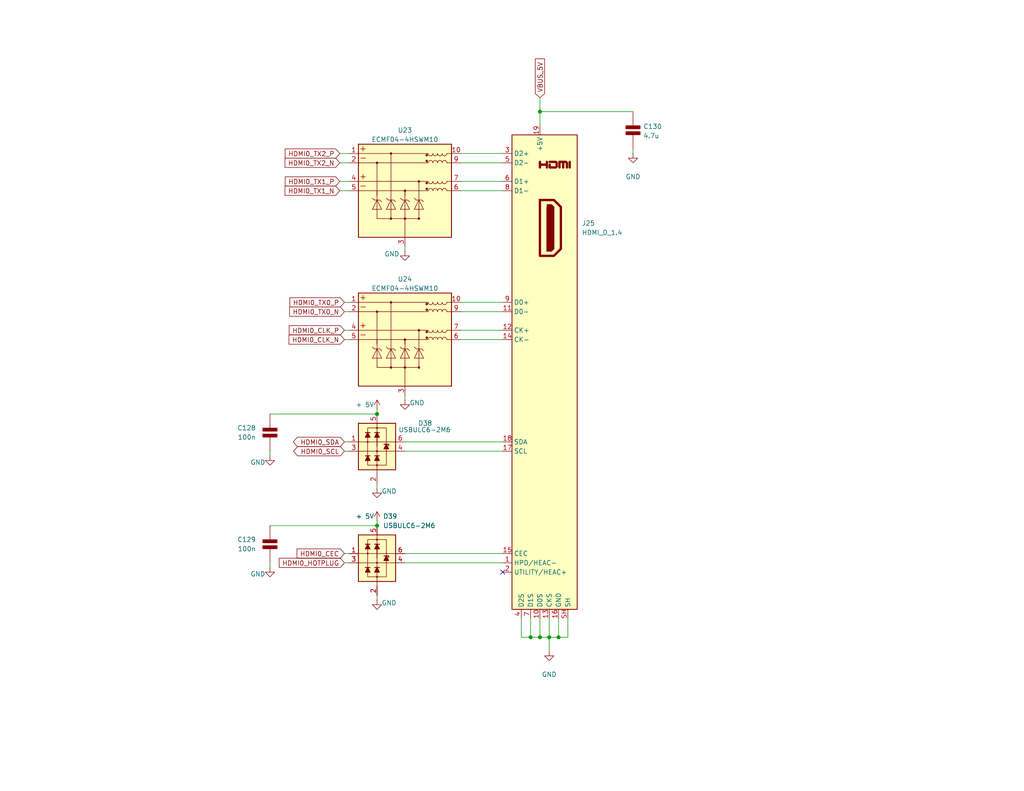
<source format=kicad_sch>
(kicad_sch (version 20250114) (generator "eeschema") (generator_version "9.0")
  (paper "USLetter")
  (lib_symbols
    (symbol "Connector:HDMI_D_1.4"
      (property "Reference" "J12" (at 11.43 1.2701 0))
      (property "Value" "HDMI_D_1.4" (at 11.43 -1.2699 0))
      (symbol "HDMI_D_1.4_0_0"
        (polyline (pts (xy 0 16.51) (xy 0 18.034) (xy 0 17.272) (xy 1.905 17.272) (xy 1.905 18.034) (xy 1.905 16.51)) (stroke (width 0.635)))
        (polyline (pts (xy 2.667 18.034) (xy 4.318 18.034) (xy 4.572 17.78) (xy 4.572 16.764) (xy 4.318 16.51) (xy 2.667 16.51) (xy 2.667 17.272)) (stroke (width 0.635)))
        (polyline (pts (xy 8.128 16.51) (xy 8.128 18.034)) (stroke (width 0.635)))
      )
      (symbol "HDMI_D_1.4_0_1"
        (rectangle (start -7.62 25.4) (end 10.16 -104.14) (stroke (width 0.254)) (fill (type background)))
        (polyline (pts (xy 0 7.62) (xy 3.81 7.62) (xy 5.715 5.715) (xy 5.715 -5.715) (xy 3.81 -7.62) (xy 0 -7.62) (xy 0 7.62)) (stroke (width 0.635)))
        (polyline (pts (xy 1.905 6.35) (xy 3.175 6.35) (xy 3.81 5.715) (xy 3.81 -5.715) (xy 3.175 -6.35) (xy 1.905 -6.35) (xy 1.905 5.715)) (stroke (width 0.254)) (fill (type outline)))
        (polyline (pts (xy 5.334 16.51) (xy 5.334 18.034) (xy 6.35 18.034) (xy 6.35 16.51) (xy 6.35 18.034) (xy 7.112 18.034) (xy 7.366 17.78) (xy 7.366 16.51)) (stroke (width 0.635)))
      )
      (symbol "HDMI_D_1.4_1_1"
        (pin passive line (at -10.16 20.32 0) (length 2.54) (name "D2+") (number "3"))
        (pin passive line (at -10.16 17.78 0) (length 2.54) (name "D2-") (number "5"))
        (pin passive line (at -10.16 12.7 0) (length 2.54) (name "D1+") (number "6"))
        (pin passive line (at -10.16 10.16 0) (length 2.54) (name "D1-") (number "8"))
        (pin passive line (at -10.16 -20.32 0) (length 2.54) (name "D0+") (number "9"))
        (pin passive line (at -10.16 -22.86 0) (length 2.54) (name "D0-") (number "11"))
        (pin passive line (at -10.16 -27.94 0) (length 2.54) (name "CK+") (number "12"))
        (pin passive line (at -10.16 -30.48 0) (length 2.54) (name "CK-") (number "14"))
        (pin bidirectional line (at -10.16 -58.42 0) (length 2.54) (name "SDA") (number "18"))
        (pin passive line (at -10.16 -60.96 0) (length 2.54) (name "SCL") (number "17"))
        (pin bidirectional line (at -10.16 -88.9 0) (length 2.54) (name "CEC") (number "15"))
        (pin passive line (at -10.16 -91.44 0) (length 2.54) (name "HPD/HEAC-") (number "1"))
        (pin passive line (at -10.16 -93.98 0) (length 2.54) (name "UTILITY/HEAC+") (number "2"))
        (pin power_in line (at -5.08 -106.68 90) (length 2.54) (name "D2S") (number "4"))
        (pin power_in line (at -2.54 -106.68 90) (length 2.54) (name "D1S") (number "7"))
        (pin power_in line (at 0 27.94 270) (length 2.54) (name "+5V") (number "19"))
        (pin power_in line (at 0 -106.68 90) (length 2.54) (name "D0S") (number "10"))
        (pin power_in line (at 2.54 -106.68 90) (length 2.54) (name "CKS") (number "13"))
        (pin power_in line (at 5.08 -106.68 90) (length 2.54) (name "GND") (number "16"))
        (pin passive line (at 7.62 -106.68 90) (length 2.54) (name "SH") (number "SH"))
      )
    )
    (symbol "PCM_Diode_TVS_AKL:USBLC6-2P6" (pin_names (offset 1.016) (hide yes))
      (property "Reference" "D" (at 6.35 6.35 0))
      (property "Value" "USBLC6-2P6" (at 6.35 3.81 0))
      (symbol "USBLC6-2P6_0_1"
        (rectangle (start -5.08 5.08) (end 5.08 -7.62) (stroke (width 0.254)) (fill (type background)))
        (polyline (pts (xy -5.08 0) (xy 5.08 0)))
        (polyline (pts (xy -5.08 -2.54) (xy 5.08 -2.54)))
        (polyline (pts (xy -2.54 2.54) (xy -1.905 1.27) (xy -3.175 1.27) (xy -2.54 2.54)) (stroke (width 0.254)) (fill (type outline)))
        (polyline (pts (xy -2.54 -3.81) (xy -1.905 -5.08) (xy -3.175 -5.08) (xy -2.54 -3.81)) (stroke (width 0.254)) (fill (type outline)))
        (polyline (pts (xy -2.54 -6.35) (xy -2.54 1.27)))
        (polyline (pts (xy -2.54 -6.35) (xy -2.54 -6.35) (xy 2.54 -6.35) (xy 2.54 -3.175)))
        (polyline (pts (xy -1.905 2.54) (xy -3.175 2.54)) (stroke (width 0.254)))
        (polyline (pts (xy -1.905 -3.81) (xy -3.175 -3.81)) (stroke (width 0.254)))
        (polyline (pts (xy 0 5.08) (xy 0 3.81)))
        (polyline (pts (xy 0 2.54) (xy 0 3.81)))
        (polyline (pts (xy 0 2.54) (xy 0.635 1.27) (xy -0.635 1.27) (xy 0 2.54)) (stroke (width 0.254)) (fill (type outline)))
        (polyline (pts (xy 0 1.27) (xy 0 -3.81)))
        (polyline (pts (xy 0 -1.27) (xy 0 1.27)))
        (polyline (pts (xy 0 -3.81) (xy 0.635 -5.08) (xy -0.635 -5.08) (xy 0 -3.81)) (stroke (width 0.254)) (fill (type outline)))
        (polyline (pts (xy 0 -7.62) (xy 0 -6.35)))
        (polyline (pts (xy 0 -8.89) (xy 0 -7.62)))
        (polyline (pts (xy 0.635 2.54) (xy -0.635 2.54)) (stroke (width 0.254)))
        (polyline (pts (xy 0.635 -3.81) (xy -0.635 -3.81)) (stroke (width 0.254)))
        (polyline (pts (xy 2.54 -0.635) (xy 2.54 3.81) (xy -2.54 3.81) (xy -2.54 2.54)))
        (polyline (pts (xy 2.54 -0.635) (xy 3.175 -1.905) (xy 1.905 -1.905) (xy 2.54 -0.635)) (stroke (width 0.254)) (fill (type outline)))
        (polyline (pts (xy 3.175 -0.635) (xy 1.905 -0.635)) (stroke (width 0.254)))
      )
      (symbol "USBLC6-2P6_1_1"
        (circle (center -2.54 0) (radius 0.1778) (fill (type outline)))
        (circle (center 0 3.81) (radius 0.1778) (fill (type outline)))
        (polyline (pts (xy 0 0) (xy 0 2.54)))
        (circle (center 0 -2.54) (radius 0.1778) (fill (type outline)))
        (polyline (pts (xy 0 -6.35) (xy 0 -3.81)))
        (circle (center 0 -6.35) (radius 0.1778) (fill (type outline)))
        (polyline (pts (xy 2.54 -3.175) (xy 2.54 -0.635)))
        (polyline (pts (xy 3.175 -0.635) (xy 3.175 -1.016)) (stroke (width 0.254)))
        (pin passive line (at -7.62 0 0) (length 2.54) (name "L1") (number "1"))
        (pin passive line (at -7.62 -2.54 0) (length 2.54) (name "L2") (number "3"))
        (pin passive line (at 0 7.62 270) (length 2.54) (name "VP") (number "5"))
        (pin passive line (at 0 -11.43 90) (length 2.54) (name "VN") (number "2"))
        (pin passive line (at 7.62 0 180) (length 2.54) (name "L1") (number "6"))
        (pin passive line (at 7.62 -2.54 180) (length 2.54) (name "L2") (number "4"))
      )
    )
    (symbol "PCM_Elektuur:C" (pin_numbers (hide yes)) (pin_names (offset 0) (hide yes))
      (property "Reference" "C" (at 0.635 3.175 0))
      (property "Value" "C" (at 0.635 -3.175 0))
      (symbol "C_1_1"
        (rectangle (start -1.905 1.1938) (end 1.905 0.4318) (stroke (width 0.254)) (fill (type outline)))
        (rectangle (start -1.905 -0.4318) (end 1.905 -1.1938) (stroke (width 0.254)) (fill (type outline)))
        (pin passive line (at 0 5.08 270) (length 3.8862) (name "+") (number "1"))
        (pin passive line (at 0 -5.08 90) (length 3.8862) (name "-") (number "2"))
      )
      (symbol "C_1_2"
        (polyline (pts (xy -1.905 0.4318) (xy 1.905 0.4318) (xy 1.905 1.4986) (xy -1.905 1.4986) (xy -1.905 0.4318) (xy -1.8034 0.5334) (xy -1.8034 1.397) (xy 1.8034 1.397) (xy 1.8034 0.5334) (xy -1.8034 0.5334) (xy -1.905 0.4318)) (stroke (width 0.254)) (fill (type outline)))
        (polyline (pts (xy -1.905 -1.4986) (xy 1.905 -1.4986) (xy 1.905 -0.4318) (xy -1.905 -0.4318) (xy -1.905 -1.4986) (xy -1.8034 -1.397) (xy -1.8034 -0.5334) (xy 1.8034 -0.5334) (xy 1.8034 -1.397) (xy -1.8034 -1.397) (xy -1.905 -1.4986)) (stroke (width 0.254)) (fill (type outline)))
        (pin passive line (at 0 5.08 270) (length 3.5814) (name "+") (number "1"))
        (pin passive line (at 0 -5.08 90) (length 3.5814) (name "-") (number "2"))
      )
    )
    (symbol "PCM_SparkFun-PowerSymbol:5V" (power) (pin_names (offset 0))
      (property "Value" "5V" (at 0 3.81 0))
      (symbol "5V_0_1"
        (polyline (pts (xy -0.762 1.27) (xy 0 2.54)))
        (polyline (pts (xy 0 2.54) (xy 0.762 1.27)))
        (polyline (pts (xy 0 0) (xy 0 2.54)))
      )
      (symbol "5V_1_1"
        (pin power_in line (at 0 0 90) (length 0) (hide yes) (name "5V") (number "1"))
      )
    )
    (symbol "Power_Protection:ECMF04-4HSWM10" (pin_names (offset 0.0254) (hide yes))
      (property "Reference" "U" (at -11.43 13.97 0))
      (property "Value" "ECMF04-4HSWM10" (at 8.89 -13.97 0))
      (symbol "ECMF04-4HSWM10_0_1"
        (rectangle (start -12.7 12.7) (end 12.7 -12.7) (stroke (width 0.254)) (fill (type background)))
        (polyline (pts (xy -12.7 10.16) (xy 6.35 10.16)))
        (polyline (pts (xy -12.7 7.62) (xy 6.35 7.62)))
        (polyline (pts (xy -12.7 2.54) (xy 6.35 2.54)))
        (polyline (pts (xy -12.7 0) (xy 6.35 0)))
        (polyline (pts (xy -12.065 11.43) (xy -10.795 11.43)))
        (polyline (pts (xy -12.065 8.89) (xy -10.795 8.89)))
        (polyline (pts (xy -12.065 3.81) (xy -10.795 3.81)))
        (polyline (pts (xy -12.065 1.27) (xy -10.795 1.27)))
        (polyline (pts (xy -11.43 12.065) (xy -11.43 10.795)))
        (polyline (pts (xy -11.43 4.445) (xy -11.43 3.175)))
        (polyline (pts (xy -7.62 -1.27) (xy -7.62 7.62)))
        (polyline (pts (xy -7.62 -7.62) (xy -3.81 -7.62)))
        (polyline (pts (xy -3.81 10.16) (xy -3.81 0) (xy -3.81 -2.54)))
        (polyline (pts (xy -3.81 -7.62) (xy 0 -7.62)))
        (polyline (pts (xy 0 -1.27) (xy 0 0)))
        (polyline (pts (xy 0 -7.62) (xy 0 -12.7)))
        (polyline (pts (xy 0 -7.62) (xy 3.81 -7.62)))
        (polyline (pts (xy 3.81 2.54) (xy 3.81 0) (xy 3.81 -2.54)))
        (arc (start 7.62 10.16) (mid 6.985 9.5277) (end 6.35 10.16))
        (arc (start 7.62 2.54) (mid 6.985 1.9077) (end 6.35 2.54))
        (arc (start 8.89 10.16) (mid 8.255 9.5277) (end 7.62 10.16))
        (arc (start 8.89 2.54) (mid 8.255 1.9077) (end 7.62 2.54))
        (arc (start 10.16 10.16) (mid 9.525 9.5277) (end 8.89 10.16))
        (arc (start 10.16 2.54) (mid 9.525 1.9077) (end 8.89 2.54))
        (arc (start 11.43 10.16) (mid 10.795 9.5277) (end 10.16 10.16))
        (arc (start 11.43 2.54) (mid 10.795 1.9077) (end 10.16 2.54))
        (polyline (pts (xy 11.43 10.16) (xy 12.7 10.16)))
        (polyline (pts (xy 11.43 7.62) (xy 12.7 7.62)))
        (polyline (pts (xy 11.43 2.54) (xy 12.7 2.54)))
        (polyline (pts (xy 11.43 0) (xy 12.7 0)))
      )
      (symbol "ECMF04-4HSWM10_1_1"
        (polyline (pts (xy -8.89 -5.08) (xy -6.35 -5.08) (xy -7.62 -2.54) (xy -8.89 -5.08)))
        (circle (center -7.62 7.62) (radius 0.254) (fill (type outline)))
        (polyline (pts (xy -7.62 -2.54) (xy -7.62 0)))
        (polyline (pts (xy -7.62 -7.62) (xy -7.62 -2.54)))
        (polyline (pts (xy -6.35 -3.048) (xy -6.858 -2.54) (xy -8.382 -2.54) (xy -8.89 -2.032)))
        (polyline (pts (xy -5.08 -5.08) (xy -2.54 -5.08) (xy -3.81 -2.54) (xy -5.08 -5.08)))
        (circle (center -3.81 10.16) (radius 0.254) (fill (type outline)))
        (circle (center -3.81 -7.62) (radius 0.254) (fill (type outline)))
        (polyline (pts (xy -3.81 -7.62) (xy -3.81 -2.54)))
        (polyline (pts (xy -2.54 -3.048) (xy -3.048 -2.54) (xy -4.572 -2.54) (xy -5.08 -2.032)))
        (polyline (pts (xy -1.27 -5.08) (xy 1.27 -5.08) (xy 0 -2.54) (xy -1.27 -5.08)))
        (circle (center 0 0) (radius 0.254) (fill (type outline)))
        (polyline (pts (xy 0 -2.54) (xy 0 0)))
        (polyline (pts (xy 0 -7.62) (xy 0 -2.54)))
        (circle (center 0 -7.62) (radius 0.254) (fill (type outline)))
        (polyline (pts (xy 1.27 -3.048) (xy 0.762 -2.54) (xy -0.762 -2.54) (xy -1.27 -2.032)))
        (polyline (pts (xy 2.54 -5.08) (xy 5.08 -5.08) (xy 3.81 -2.54) (xy 2.54 -5.08)))
        (circle (center 3.81 2.54) (radius 0.254) (fill (type outline)))
        (polyline (pts (xy 3.81 -7.62) (xy 3.81 -2.54)))
        (circle (center 3.81 -7.62) (radius 0.254) (fill (type outline)))
        (polyline (pts (xy 5.08 -3.048) (xy 4.572 -2.54) (xy 3.048 -2.54) (xy 2.54 -2.032)))
        (circle (center 5.9436 9.7028) (radius 0.254) (fill (type outline)))
        (circle (center 5.9436 8.128) (radius 0.254) (fill (type outline)))
        (circle (center 5.9436 2.0828) (radius 0.254) (fill (type outline)))
        (circle (center 5.9436 0.508) (radius 0.254) (fill (type outline)))
        (arc (start 6.35 7.62) (mid 6.985 8.2523) (end 7.62 7.62))
        (arc (start 6.35 0) (mid 6.985 0.6323) (end 7.62 0))
        (arc (start 7.62 7.62) (mid 8.255 8.2523) (end 8.89 7.62))
        (arc (start 7.62 0) (mid 8.255 0.6323) (end 8.89 0))
        (arc (start 8.89 7.62) (mid 9.525 8.2523) (end 10.16 7.62))
        (arc (start 8.89 0) (mid 9.525 0.6323) (end 10.16 0))
        (arc (start 10.16 7.62) (mid 10.795 8.2523) (end 11.43 7.62))
        (arc (start 10.16 0) (mid 10.795 0.6323) (end 11.43 0))
        (pin passive line (at -15.24 10.16 0) (length 2.54) (name "In_1+") (number "1"))
        (pin passive line (at -15.24 7.62 0) (length 2.54) (name "In_1-") (number "2"))
        (pin passive line (at -15.24 2.54 0) (length 2.54) (name "In_1+") (number "4"))
        (pin passive line (at -15.24 0 0) (length 2.54) (name "In_1-") (number "5"))
        (pin power_in line (at 0 -15.24 90) (length 2.54) (name "GND") (number "3"))
        (pin passive line (at 0 -15.24 90) (length 2.54) (hide yes) (name "GND") (number "8"))
        (pin passive line (at 15.24 10.16 180) (length 2.54) (name "Out_1+") (number "10"))
        (pin passive line (at 15.24 7.62 180) (length 2.54) (name "Out_1+") (number "9"))
        (pin passive line (at 15.24 2.54 180) (length 2.54) (name "Out_1+") (number "7"))
        (pin passive line (at 15.24 0 180) (length 2.54) (name "Out_1+") (number "6"))
      )
    )
    (symbol "power:GND" (power) (pin_numbers (hide yes)) (pin_names (offset 0) (hide yes))
      (property "Value" "GND" (at 0 -3.81 0))
      (symbol "GND_0_1"
        (polyline (pts (xy 0 0) (xy 0 -1.27) (xy 1.27 -1.27) (xy 0 -2.54) (xy -1.27 -1.27) (xy 0 -1.27)))
      )
      (symbol "GND_1_1"
        (pin power_in line (at 0 0 270) (length 0) (name "~") (number "1"))
      )
    )
  )
  (junction (at 152.4 173.99))
  (junction (at 102.87 113.03))
  (junction (at 144.78 173.99))
  (junction (at 147.32 30.48))
  (junction (at 102.87 143.51))
  (junction (at 149.86 173.99))
  (junction (at 147.32 173.99))
  (no_connect (at 137.16 156.21))
  (wire (pts (xy 125.73 52.07) (xy 137.16 52.07)))
  (wire (pts (xy 154.94 173.99) (xy 152.4 173.99)))
  (wire (pts (xy 92.71 52.07) (xy 95.25 52.07)))
  (wire (pts (xy 110.49 153.67) (xy 137.16 153.67)))
  (wire (pts (xy 92.71 41.91) (xy 95.25 41.91)))
  (wire (pts (xy 93.98 92.71) (xy 95.25 92.71)))
  (wire (pts (xy 102.87 143.51) (xy 73.66 143.51)))
  (wire (pts (xy 142.24 173.99) (xy 144.78 173.99)))
  (wire (pts (xy 93.98 120.65) (xy 95.25 120.65)))
  (wire (pts (xy 110.49 109.22) (xy 110.49 107.95)))
  (wire (pts (xy 125.73 90.17) (xy 137.16 90.17)))
  (wire (pts (xy 125.73 82.55) (xy 137.16 82.55)))
  (wire (pts (xy 110.49 120.65) (xy 137.16 120.65)))
  (wire (pts (xy 102.87 133.35) (xy 102.87 132.08)))
  (wire (pts (xy 147.32 173.99) (xy 149.86 173.99)))
  (wire (pts (xy 149.86 173.99) (xy 152.4 173.99)))
  (wire (pts (xy 152.4 168.91) (xy 152.4 173.99)))
  (wire (pts (xy 125.73 44.45) (xy 137.16 44.45)))
  (wire (pts (xy 147.32 26.67) (xy 147.32 30.48)))
  (wire (pts (xy 125.73 49.53) (xy 137.16 49.53)))
  (wire (pts (xy 73.66 154.94) (xy 73.66 153.67)))
  (wire (pts (xy 110.49 67.31) (xy 110.49 68.58)))
  (wire (pts (xy 110.49 123.19) (xy 137.16 123.19)))
  (wire (pts (xy 147.32 168.91) (xy 147.32 173.99)))
  (wire (pts (xy 93.98 151.13) (xy 95.25 151.13)))
  (wire (pts (xy 93.98 153.67) (xy 95.25 153.67)))
  (wire (pts (xy 110.49 151.13) (xy 137.16 151.13)))
  (wire (pts (xy 73.66 124.46) (xy 73.66 123.19)))
  (wire (pts (xy 147.32 30.48) (xy 172.72 30.48)))
  (wire (pts (xy 125.73 41.91) (xy 137.16 41.91)))
  (wire (pts (xy 93.98 123.19) (xy 95.25 123.19)))
  (wire (pts (xy 102.87 163.83) (xy 102.87 162.56)))
  (wire (pts (xy 92.71 49.53) (xy 95.25 49.53)))
  (wire (pts (xy 102.87 113.03) (xy 73.66 113.03)))
  (wire (pts (xy 125.73 92.71) (xy 137.16 92.71)))
  (wire (pts (xy 93.98 90.17) (xy 95.25 90.17)))
  (wire (pts (xy 93.98 85.09) (xy 95.25 85.09)))
  (wire (pts (xy 102.87 111.76) (xy 102.87 113.03)))
  (wire (pts (xy 125.73 85.09) (xy 137.16 85.09)))
  (wire (pts (xy 172.72 41.91) (xy 172.72 40.64)))
  (wire (pts (xy 93.98 82.55) (xy 95.25 82.55)))
  (wire (pts (xy 147.32 30.48) (xy 147.32 34.29)))
  (wire (pts (xy 149.86 168.91) (xy 149.86 173.99)))
  (wire (pts (xy 102.87 142.24) (xy 102.87 143.51)))
  (wire (pts (xy 144.78 173.99) (xy 147.32 173.99)))
  (wire (pts (xy 149.86 173.99) (xy 149.86 177.8)))
  (wire (pts (xy 144.78 168.91) (xy 144.78 173.99)))
  (wire (pts (xy 154.94 168.91) (xy 154.94 173.99)))
  (wire (pts (xy 142.24 168.91) (xy 142.24 173.99)))
  (wire (pts (xy 92.71 44.45) (xy 95.25 44.45)))
  (global_label "HDMI0_TX0_P" (shape input) (at 93.98 82.55 180) (property "Intersheetrefs" "${INTERSHEET_REFS}" (effects (hide yes))))
  (global_label "HDMI0_CEC" (shape input) (at 93.98 151.13 180) (property "Intersheetrefs" "${INTERSHEET_REFS}" (effects (hide yes))))
  (global_label "HDMI0_SDA" (shape bidirectional) (at 93.98 120.65 180) (property "Intersheetrefs" "${INTERSHEET_REFS}" (effects (hide yes))))
  (global_label "HDMI0_TX1_N" (shape input) (at 92.71 52.07 180) (property "Intersheetrefs" "${INTERSHEET_REFS}" (effects (hide yes))))
  (global_label "HDMI0_CLK_P" (shape input) (at 93.98 90.17 180) (property "Intersheetrefs" "${INTERSHEET_REFS}" (effects (hide yes))))
  (global_label "HDMI0_SCL" (shape bidirectional) (at 93.98 123.19 180) (property "Intersheetrefs" "${INTERSHEET_REFS}" (effects (hide yes))))
  (global_label "HDMI0_TX2_P" (shape input) (at 92.71 41.91 180) (property "Intersheetrefs" "${INTERSHEET_REFS}" (effects (hide yes))))
  (global_label "VBUS_5V" (shape input) (at 147.32 26.67 90) (property "Intersheetrefs" "${INTERSHEET_REFS}" (effects (hide yes))))
  (global_label "HDMI0_TX1_P" (shape input) (at 92.71 49.53 180) (property "Intersheetrefs" "${INTERSHEET_REFS}" (effects (hide yes))))
  (global_label "HDMI0_CLK_N" (shape input) (at 93.98 92.71 180) (property "Intersheetrefs" "${INTERSHEET_REFS}" (effects (hide yes))))
  (global_label "HDMI0_HOTPLUG" (shape input) (at 93.98 153.67 180) (property "Intersheetrefs" "${INTERSHEET_REFS}" (effects (hide yes))))
  (global_label "HDMI0_TX2_N" (shape input) (at 92.71 44.45 180) (property "Intersheetrefs" "${INTERSHEET_REFS}" (effects (hide yes))))
  (global_label "HDMI0_TX0_N" (shape input) (at 93.98 85.09 180) (property "Intersheetrefs" "${INTERSHEET_REFS}" (effects (hide yes))))
  (symbol (lib_id "PCM_Diode_TVS_AKL:USBLC6-2P6") (at 102.87 151.13 0) (unit 1)
    (property "Reference" "D39" (at 104.5211 140.97 0) (effects (justify left)))
    (property "Value" "USBULC6-2M6" (at 104.5211 143.51 0) (effects (justify left)))
    (property "Footprint" "PCM_Package_TO_SOT_SMD_AKL:SOT-666" (effects (hide yes)))
    (property "Datasheet" "https://www.digikey.ca/en/products/detail/stmicroelectronics/USBULC6-2M6/1880382" (effects (hide yes)))
    (property "Description" "SOT-666 TVS Diode Array, 2 protected lines, positive connection, 5.25V, Alternate KiCAD Library" (effects (hide yes)))
  )
  (symbol (lib_id "Power_Protection:ECMF04-4HSWM10") (at 110.49 52.07 0) (unit 1)
    (property "Reference" "U23" (at 110.49 35.56 0))
    (property "Value" "ECMF04-4HSWM10" (at 110.49 38.1 0))
    (property "Footprint" "Package_DFN_QFN:UDFN-10_1.35x2.6mm_P0.5mm" (effects (hide yes)))
    (property "Datasheet" "https://www.st.com/content/ccc/resource/technical/document/datasheet/fa/13/38/f2/70/5b/46/46/DM00109760.pdf/files/DM00109760.pdf/jcr:content/translations/en.DM00109760.pdf" (effects (hide yes)))
    (property "Description" "Dual Pair Common Mode Filter with 8KV/16KV ESD Protection, 3V working voltage, STMicroelectronics, UDFN-10" (effects (hide yes)))
  )
  (symbol (lib_id "power:GND") (at 102.87 163.83 0) (unit 1)
    (property "Reference" "#PWR0268" (effects (hide yes)))
    (property "Value" "GND" (at 106.172 164.592 0))
    (property "Description" "Power symbol creates a global label with name \"GND\" , ground" (effects (hide yes)))
  )
  (symbol (lib_id "power:GND") (at 73.66 154.94 0) (mirror y) (unit 1)
    (property "Reference" "#PWR0264" (effects (hide yes)))
    (property "Value" "GND" (at 70.358 156.718 0))
    (property "Description" "Power symbol creates a global label with name \"GND\" , ground" (effects (hide yes)))
  )
  (symbol (lib_id "power:GND") (at 110.49 109.22 0) (unit 1)
    (property "Reference" "#PWR0270" (effects (hide yes)))
    (property "Value" "GND" (at 113.792 109.982 0))
    (property "Description" "Power symbol creates a global label with name \"GND\" , ground" (effects (hide yes)))
  )
  (symbol (lib_id "Power_Protection:ECMF04-4HSWM10") (at 110.49 92.71 0) (unit 1)
    (property "Reference" "U24" (at 110.49 76.2 0))
    (property "Value" "ECMF04-4HSWM10" (at 110.49 78.74 0))
    (property "Footprint" "Package_DFN_QFN:UDFN-10_1.35x2.6mm_P0.5mm" (effects (hide yes)))
    (property "Datasheet" "https://www.st.com/content/ccc/resource/technical/document/datasheet/fa/13/38/f2/70/5b/46/46/DM00109760.pdf/files/DM00109760.pdf/jcr:content/translations/en.DM00109760.pdf" (effects (hide yes)))
    (property "Description" "Dual Pair Common Mode Filter with 8KV/16KV ESD Protection, 3V working voltage, STMicroelectronics, UDFN-10" (effects (hide yes)))
  )
  (symbol (lib_id "PCM_SparkFun-PowerSymbol:5V") (at 102.87 142.24 0) (mirror y) (unit 1)
    (property "Reference" "#PWR0267" (effects (hide yes)))
    (property "Value" "+ 5V" (at 99.568 140.97 0))
    (property "Description" "Power symbol creates a global label with name \"5V\"" (effects (hide yes)))
  )
  (symbol (lib_id "PCM_Elektuur:C") (at 172.72 35.56 0) (unit 1)
    (property "Reference" "C130" (at 175.514 34.544 0) (effects (justify left)))
    (property "Value" "4.7u" (at 175.514 37.084 0) (effects (justify left)))
    (property "Description" "capacitor, non-polarized/bipolar" (effects (hide yes)))
    (property "Indicator" "+" (effects (hide yes)))
    (property "Rating" "V" (effects (hide yes)))
  )
  (symbol (lib_id "power:GND") (at 110.49 68.58 0) (unit 1)
    (property "Reference" "#PWR0269" (effects (hide yes)))
    (property "Value" "GND" (at 106.934 69.342 0))
    (property "Description" "Power symbol creates a global label with name \"GND\" , ground" (effects (hide yes)))
  )
  (symbol (lib_id "Connector:HDMI_D_1.4") (at 147.32 62.23 0) (unit 1)
    (property "Reference" "J25" (at 158.75 60.9599 0) (effects (justify left)))
    (property "Value" "HDMI_D_1.4" (at 158.75 63.4999 0) (effects (justify left)))
    (property "Datasheet" "http://pinoutguide.com/PortableDevices/micro_hdmi_type_d_pinout.shtml" (effects (hide yes)))
    (property "Description" "HDMI 1.4+ type D connector" (effects (hide yes)))
  )
  (symbol (lib_id "power:GND") (at 73.66 124.46 0) (mirror y) (unit 1)
    (property "Reference" "#PWR0263" (effects (hide yes)))
    (property "Value" "GND" (at 70.358 126.238 0))
    (property "Description" "Power symbol creates a global label with name \"GND\" , ground" (effects (hide yes)))
  )
  (symbol (lib_id "PCM_Elektuur:C") (at 73.66 118.11 0) (mirror y) (unit 1)
    (property "Reference" "C128" (at 69.85 116.8399 0) (effects (justify left)))
    (property "Value" "100n" (at 69.85 119.3799 0) (effects (justify left)))
    (property "Description" "capacitor, non-polarized/bipolar" (effects (hide yes)))
    (property "Indicator" "+" (effects (hide yes)))
    (property "Rating" "V" (effects (hide yes)))
  )
  (symbol (lib_id "power:GND") (at 172.72 41.91 0) (unit 1)
    (property "Reference" "#PWR0272" (effects (hide yes)))
    (property "Value" "GND" (at 172.72 48.26 0))
    (property "Description" "Power symbol creates a global label with name \"GND\" , ground" (effects (hide yes)))
  )
  (symbol (lib_id "power:GND") (at 149.86 177.8 0) (unit 1)
    (property "Reference" "#PWR0271" (effects (hide yes)))
    (property "Value" "GND" (at 149.86 184.15 0))
    (property "Description" "Power symbol creates a global label with name \"GND\" , ground" (effects (hide yes)))
  )
  (symbol (lib_id "power:GND") (at 102.87 133.35 0) (unit 1)
    (property "Reference" "#PWR0266" (effects (hide yes)))
    (property "Value" "GND" (at 106.172 134.112 0))
    (property "Description" "Power symbol creates a global label with name \"GND\" , ground" (effects (hide yes)))
  )
  (symbol (lib_id "PCM_SparkFun-PowerSymbol:5V") (at 102.87 111.76 0) (mirror y) (unit 1)
    (property "Reference" "#PWR0265" (effects (hide yes)))
    (property "Value" "+ 5V" (at 99.568 110.49 0))
    (property "Description" "Power symbol creates a global label with name \"5V\"" (effects (hide yes)))
  )
  (symbol (lib_id "PCM_Diode_TVS_AKL:USBLC6-2P6") (at 102.87 120.65 0) (unit 1)
    (property "Reference" "D38" (at 114.046 115.57 0) (effects (justify left)))
    (property "Value" "USBULC6-2M6" (at 108.712 117.348 0) (effects (justify left)))
    (property "Footprint" "PCM_Package_TO_SOT_SMD_AKL:SOT-666" (effects (hide yes)))
    (property "Datasheet" "https://www.digikey.ca/en/products/detail/stmicroelectronics/USBULC6-2M6/1880382" (effects (hide yes)))
    (property "Description" "SOT-666 TVS Diode Array, 2 protected lines, positive connection, 5.25V, Alternate KiCAD Library" (effects (hide yes)))
  )
  (symbol (lib_id "PCM_Elektuur:C") (at 73.66 148.59 0) (mirror y) (unit 1)
    (property "Reference" "C129" (at 69.85 147.3199 0) (effects (justify left)))
    (property "Value" "100n" (at 69.85 149.8599 0) (effects (justify left)))
    (property "Description" "capacitor, non-polarized/bipolar" (effects (hide yes)))
    (property "Indicator" "+" (effects (hide yes)))
    (property "Rating" "V" (effects (hide yes)))
  )
)
</source>
